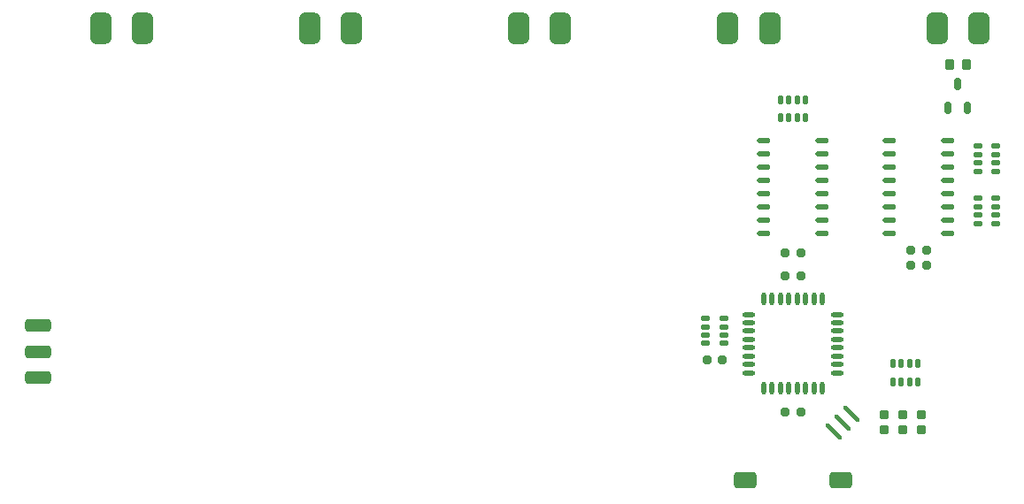
<source format=gtp>
G04*
G04 #@! TF.GenerationSoftware,Altium Limited,Altium Designer,18.0.7 (293)*
G04*
G04 Layer_Color=8421504*
%FSLAX25Y25*%
%MOIN*%
G70*
G01*
G75*
G04:AMPARAMS|DCode=20|XSize=86.61mil|YSize=62.99mil|CornerRadius=15.75mil|HoleSize=0mil|Usage=FLASHONLY|Rotation=0.000|XOffset=0mil|YOffset=0mil|HoleType=Round|Shape=RoundedRectangle|*
%AMROUNDEDRECTD20*
21,1,0.08661,0.03150,0,0,0.0*
21,1,0.05512,0.06299,0,0,0.0*
1,1,0.03150,0.02756,-0.01575*
1,1,0.03150,-0.02756,-0.01575*
1,1,0.03150,-0.02756,0.01575*
1,1,0.03150,0.02756,0.01575*
%
%ADD20ROUNDEDRECTD20*%
G04:AMPARAMS|DCode=21|XSize=47.24mil|YSize=98.43mil|CornerRadius=11.81mil|HoleSize=0mil|Usage=FLASHONLY|Rotation=270.000|XOffset=0mil|YOffset=0mil|HoleType=Round|Shape=RoundedRectangle|*
%AMROUNDEDRECTD21*
21,1,0.04724,0.07480,0,0,270.0*
21,1,0.02362,0.09843,0,0,270.0*
1,1,0.02362,-0.03740,-0.01181*
1,1,0.02362,-0.03740,0.01181*
1,1,0.02362,0.03740,0.01181*
1,1,0.02362,0.03740,-0.01181*
%
%ADD21ROUNDEDRECTD21*%
G04:AMPARAMS|DCode=22|XSize=15.75mil|YSize=82.68mil|CornerRadius=7.87mil|HoleSize=0mil|Usage=FLASHONLY|Rotation=225.000|XOffset=0mil|YOffset=0mil|HoleType=Round|Shape=RoundedRectangle|*
%AMROUNDEDRECTD22*
21,1,0.01575,0.06693,0,0,225.0*
21,1,0.00000,0.08268,0,0,225.0*
1,1,0.01575,-0.02366,0.02366*
1,1,0.01575,-0.02366,0.02366*
1,1,0.01575,0.02366,-0.02366*
1,1,0.01575,0.02366,-0.02366*
%
%ADD22ROUNDEDRECTD22*%
G04:AMPARAMS|DCode=23|XSize=23.62mil|YSize=45.28mil|CornerRadius=5.91mil|HoleSize=0mil|Usage=FLASHONLY|Rotation=180.000|XOffset=0mil|YOffset=0mil|HoleType=Round|Shape=RoundedRectangle|*
%AMROUNDEDRECTD23*
21,1,0.02362,0.03347,0,0,180.0*
21,1,0.01181,0.04528,0,0,180.0*
1,1,0.01181,-0.00591,0.01673*
1,1,0.01181,0.00591,0.01673*
1,1,0.01181,0.00591,-0.01673*
1,1,0.01181,-0.00591,-0.01673*
%
%ADD23ROUNDEDRECTD23*%
G04:AMPARAMS|DCode=24|XSize=118.11mil|YSize=78.74mil|CornerRadius=19.68mil|HoleSize=0mil|Usage=FLASHONLY|Rotation=270.000|XOffset=0mil|YOffset=0mil|HoleType=Round|Shape=RoundedRectangle|*
%AMROUNDEDRECTD24*
21,1,0.11811,0.03937,0,0,270.0*
21,1,0.07874,0.07874,0,0,270.0*
1,1,0.03937,-0.01968,-0.03937*
1,1,0.03937,-0.01968,0.03937*
1,1,0.03937,0.01968,0.03937*
1,1,0.03937,0.01968,-0.03937*
%
%ADD24ROUNDEDRECTD24*%
G04:AMPARAMS|DCode=25|XSize=31.5mil|YSize=31.5mil|CornerRadius=7.87mil|HoleSize=0mil|Usage=FLASHONLY|Rotation=270.000|XOffset=0mil|YOffset=0mil|HoleType=Round|Shape=RoundedRectangle|*
%AMROUNDEDRECTD25*
21,1,0.03150,0.01575,0,0,270.0*
21,1,0.01575,0.03150,0,0,270.0*
1,1,0.01575,-0.00787,-0.00787*
1,1,0.01575,-0.00787,0.00787*
1,1,0.01575,0.00787,0.00787*
1,1,0.01575,0.00787,-0.00787*
%
%ADD25ROUNDEDRECTD25*%
G04:AMPARAMS|DCode=26|XSize=17.72mil|YSize=35.43mil|CornerRadius=4.43mil|HoleSize=0mil|Usage=FLASHONLY|Rotation=0.000|XOffset=0mil|YOffset=0mil|HoleType=Round|Shape=RoundedRectangle|*
%AMROUNDEDRECTD26*
21,1,0.01772,0.02657,0,0,0.0*
21,1,0.00886,0.03543,0,0,0.0*
1,1,0.00886,0.00443,-0.01329*
1,1,0.00886,-0.00443,-0.01329*
1,1,0.00886,-0.00443,0.01329*
1,1,0.00886,0.00443,0.01329*
%
%ADD26ROUNDEDRECTD26*%
G04:AMPARAMS|DCode=27|XSize=31.5mil|YSize=31.5mil|CornerRadius=4.72mil|HoleSize=0mil|Usage=FLASHONLY|Rotation=0.000|XOffset=0mil|YOffset=0mil|HoleType=Round|Shape=RoundedRectangle|*
%AMROUNDEDRECTD27*
21,1,0.03150,0.02205,0,0,0.0*
21,1,0.02205,0.03150,0,0,0.0*
1,1,0.00945,0.01102,-0.01102*
1,1,0.00945,-0.01102,-0.01102*
1,1,0.00945,-0.01102,0.01102*
1,1,0.00945,0.01102,0.01102*
%
%ADD27ROUNDEDRECTD27*%
G04:AMPARAMS|DCode=28|XSize=17.72mil|YSize=35.43mil|CornerRadius=4.43mil|HoleSize=0mil|Usage=FLASHONLY|Rotation=270.000|XOffset=0mil|YOffset=0mil|HoleType=Round|Shape=RoundedRectangle|*
%AMROUNDEDRECTD28*
21,1,0.01772,0.02657,0,0,270.0*
21,1,0.00886,0.03543,0,0,270.0*
1,1,0.00886,-0.01329,-0.00443*
1,1,0.00886,-0.01329,0.00443*
1,1,0.00886,0.01329,0.00443*
1,1,0.00886,0.01329,-0.00443*
%
%ADD28ROUNDEDRECTD28*%
%ADD29O,0.05118X0.02284*%
%ADD30O,0.01968X0.04724*%
%ADD31O,0.04724X0.01968*%
G04:AMPARAMS|DCode=32|XSize=39.37mil|YSize=35.43mil|CornerRadius=8.86mil|HoleSize=0mil|Usage=FLASHONLY|Rotation=270.000|XOffset=0mil|YOffset=0mil|HoleType=Round|Shape=RoundedRectangle|*
%AMROUNDEDRECTD32*
21,1,0.03937,0.01772,0,0,270.0*
21,1,0.02165,0.03543,0,0,270.0*
1,1,0.01772,-0.00886,-0.01083*
1,1,0.01772,-0.00886,0.01083*
1,1,0.01772,0.00886,0.01083*
1,1,0.01772,0.00886,-0.01083*
%
%ADD32ROUNDEDRECTD32*%
D20*
X330118Y26575D02*
D03*
X293898D02*
D03*
D21*
X27559Y64961D02*
D03*
Y84646D02*
D03*
Y74803D02*
D03*
D22*
X334049Y51569D02*
D03*
X330709Y48228D02*
D03*
X327368Y44888D02*
D03*
D23*
X370276Y166831D02*
D03*
X377756D02*
D03*
X374016Y175689D02*
D03*
D24*
X366142Y196850D02*
D03*
X381890D02*
D03*
X287402D02*
D03*
X303150D02*
D03*
X208661D02*
D03*
X224410D02*
D03*
X129921D02*
D03*
X145669D02*
D03*
X51181D02*
D03*
X66929D02*
D03*
D25*
X356299Y107283D02*
D03*
X362205D02*
D03*
X356299Y113189D02*
D03*
X362205D02*
D03*
X285433Y71850D02*
D03*
X279528D02*
D03*
X309055Y52165D02*
D03*
X314961D02*
D03*
X309055Y112205D02*
D03*
X314961D02*
D03*
X309055Y103346D02*
D03*
X314961D02*
D03*
D26*
X349606Y70276D02*
D03*
X352756D02*
D03*
X355906D02*
D03*
X359055D02*
D03*
Y63583D02*
D03*
X355906D02*
D03*
X352756D02*
D03*
X349606D02*
D03*
X307283Y162992D02*
D03*
X310433D02*
D03*
X313583D02*
D03*
X316732D02*
D03*
Y169685D02*
D03*
X313583D02*
D03*
X310433D02*
D03*
X307283D02*
D03*
D27*
X360236Y45276D02*
D03*
Y51181D02*
D03*
X353346Y45276D02*
D03*
Y51181D02*
D03*
X346457Y45276D02*
D03*
Y51181D02*
D03*
D28*
X388189Y152362D02*
D03*
Y149212D02*
D03*
Y146062D02*
D03*
Y142913D02*
D03*
X381496D02*
D03*
Y146062D02*
D03*
Y149212D02*
D03*
Y152362D02*
D03*
X388189Y132676D02*
D03*
Y129527D02*
D03*
Y126377D02*
D03*
Y123228D02*
D03*
X381496D02*
D03*
Y126377D02*
D03*
Y129527D02*
D03*
Y132676D02*
D03*
X285827Y77953D02*
D03*
Y81102D02*
D03*
Y84252D02*
D03*
Y87402D02*
D03*
X279134D02*
D03*
Y84252D02*
D03*
Y81102D02*
D03*
Y77953D02*
D03*
D29*
X370276Y154311D02*
D03*
Y149311D02*
D03*
Y144311D02*
D03*
Y139311D02*
D03*
Y119311D02*
D03*
Y124311D02*
D03*
Y129311D02*
D03*
Y134311D02*
D03*
X348228D02*
D03*
Y129311D02*
D03*
Y124311D02*
D03*
Y119311D02*
D03*
Y139311D02*
D03*
Y144311D02*
D03*
Y149311D02*
D03*
Y154311D02*
D03*
X300984Y154311D02*
D03*
Y149311D02*
D03*
Y144311D02*
D03*
Y139311D02*
D03*
Y119311D02*
D03*
Y124311D02*
D03*
Y129311D02*
D03*
Y134311D02*
D03*
X323031D02*
D03*
Y129311D02*
D03*
Y124311D02*
D03*
Y119311D02*
D03*
Y139311D02*
D03*
Y144311D02*
D03*
Y149311D02*
D03*
Y154311D02*
D03*
D30*
X300984Y61171D02*
D03*
X304134D02*
D03*
X307283D02*
D03*
X310433D02*
D03*
X313583D02*
D03*
X316732D02*
D03*
X319882D02*
D03*
X323031D02*
D03*
Y94636D02*
D03*
X319882D02*
D03*
X316732D02*
D03*
X313583D02*
D03*
X310433D02*
D03*
X307283D02*
D03*
X304134D02*
D03*
X300984D02*
D03*
D31*
X328740Y66880D02*
D03*
Y70029D02*
D03*
Y73179D02*
D03*
Y76329D02*
D03*
Y79478D02*
D03*
Y82628D02*
D03*
Y85777D02*
D03*
Y88927D02*
D03*
X295276D02*
D03*
Y85777D02*
D03*
Y82628D02*
D03*
Y79478D02*
D03*
Y76329D02*
D03*
Y73179D02*
D03*
Y70029D02*
D03*
Y66880D02*
D03*
D32*
X377165Y183071D02*
D03*
X370866D02*
D03*
M02*

</source>
